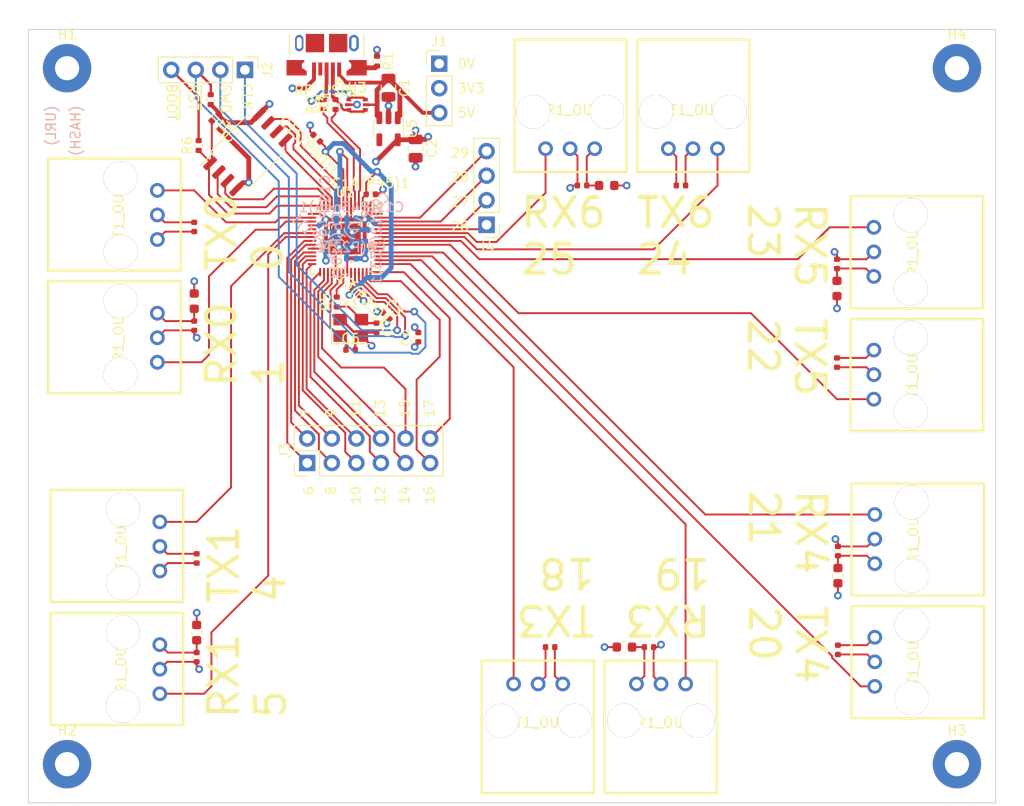
<source format=kicad_pcb>
(kicad_pcb (version 20240108) (generator "pcbnew") (generator_version "8.0")
  (layers (0 "F.Cu" signal) (1 "In1.Cu" signal) (2 "In2.Cu" signal) (31 "B.Cu" signal) (34 "B.Paste" user) (35 "F.Paste" user) (36 "B.SilkS" user "B.Silkscreen") (37 "F.SilkS" user "F.Silkscreen") (38 "B.Mask" user) (39 "F.Mask" user) (44 "Edge.Cuts" user))
  (net 0 "")
  (net 1 "+5V")
  (net 2 "GND")
  (net 3 "+3V3")
  (net 4 "Net-(U1-XIN)")
  (net 5 "Net-(C7-Pad1)")
  (net 8 "/USB_BOOT")
  (net 9 "/RP_SWCLK")
  (net 10 "/RP_SWD")
  (net 11 "/~{RESET}")
  (net 12 "Net-(RP_USB1-Shield)")
  (net 13 "Net-(RP_USB1-D+)")
  (net 14 "Net-(RP_USB1-D-)")
  (net 15 "Net-(U1-XOUT)")
  (net 16 "/QSPI_CS")
  (net 18 "+1V2")
  (net 19 "/QSPI_DATA[3]")
  (net 20 "/QSPI_SCK")
  (net 21 "/QSPI_DATA[0]")
  (net 22 "/QSPI_DATA[2]")
  (net 23 "/QSPI_DATA[1]")
  (net 24 "/RP_UD+")
  (net 25 "/RP_UD-")
  (net 27 "Net-(JR1_OU1-VCC)")
  (net 28 "/optic_uart1/RX")
  (net 29 "/optic_uart1/TX")
  (net 30 "Net-(JR1_OU2-VCC)")
  (net 31 "/optic_uart2/RX")
  (net 32 "/optic_uart2/TX")
  (net 33 "Net-(JR1_OU3-VCC)")
  (net 34 "Net-(JR1_OU4-VCC)")
  (net 35 "Net-(JR1_OU5-VCC)")
  (net 36 "Net-(JR1_OU6-VCC)")
  (net 37 "Net-(J3-Pin_3)")
  (net 38 "Net-(J3-Pin_12)")
  (net 39 "Net-(J3-Pin_7)")
  (net 40 "Net-(J3-Pin_5)")
  (net 41 "Net-(J3-Pin_8)")
  (net 42 "Net-(J3-Pin_1)")
  (net 43 "Net-(J3-Pin_10)")
  (net 44 "Net-(J3-Pin_9)")
  (net 45 "Net-(J3-Pin_2)")
  (net 46 "Net-(J3-Pin_11)")
  (net 47 "Net-(J3-Pin_6)")
  (net 48 "Net-(J3-Pin_4)")
  (net 49 "Net-(J4-Pin_2)")
  (net 50 "Net-(J4-Pin_4)")
  (net 51 "Net-(J4-Pin_1)")
  (net 52 "Net-(J4-Pin_3)")
  (net 53 "/optic_uart3/RX")
  (net 54 "/optic_uart4/RX")
  (net 55 "/optic_uart5/RX")
  (net 56 "/optic_uart6/RX")
  (net 57 "/optic_uart3/TX")
  (net 58 "/optic_uart4/TX")
  (net 59 "/optic_uart5/TX")
  (net 60 "/optic_uart6/TX")
  (footprint "Capacitor_SMD:C_0402_1005Metric" (layer "F.Cu") (at 178.534 93.472 180)
    (property "Reference" "C1_OU6" (hide yes))
    (property "Value" "100nF")
  )
  (footprint "Package_TO_SOT_SMD:SOT-23-5" (layer "F.Cu") (at 158.520588 87.601856 -90)
    (property "Reference" "U5")
    (property "Value" "AP2112K-3.3")
  )
  (footprint "Resistor_SMD:R_0402_1005Metric" (layer "F.Cu") (at 153.163707 105.520206 90)
    (property "Reference" "R5")
    (property "Value" "1K")
  )
  (footprint "Capacitor_SMD:C_0402_1005Metric" (layer "F.Cu") (at 138.43 107.978 -90)
    (property "Reference" "C1_OU1" (hide yes))
    (property "Value" "100nF")
  )
  (footprint "Capacitor_SMD:C_0402_1005Metric" (layer "F.Cu") (at 138.684 132.052 90)
    (property "Reference" "C2_OU2" (hide yes))
    (property "Value" "100nF")
  )
  (footprint "Capacitor_SMD:C_0402_1005Metric" (layer "F.Cu") (at 204.978 131.29 90)
    (property "Reference" "C1_OU4" (hide yes))
    (property "Value" "100nF")
  )
  (footprint "Package_TO_SOT_SMD:SOT-666" (layer "F.Cu") (at 155.266923 85.116162)
    (property "Reference" "U3")
    (property "Value" "USBLC6-2P6")
  )
  (footprint "Capacitor_SMD:C_0402_1005Metric" (layer "F.Cu") (at 204.883501 111.7955 -90)
    (property "Reference" "C2_OU5" (hide yes))
    (property "Value" "100nF")
  )
  (footprint "Capacitor_SMD:C_0402_1005Metric" (layer "F.Cu") (at 155.086491 104.4377 -45)
    (property "Reference" "C13(P23)1")
    (property "Value" "100nF")
  )
  (footprint "Inductor_SMD:L_0603_1608Metric" (layer "F.Cu") (at 138.43 105.435501 -90)
    (property "Reference" "L1_OU1" (hide yes))
    (property "Value" "47uH")
  )
  (footprint "easyeda2kicad:OPTO-TH_ZGY135-T9-PLR" (layer "F.Cu") (at 208.693501 100.3375 -90)
    (property "Reference" "JR1_OU5")
    (property "Value" "ZGY135/T9(PLR)")
  )
  (footprint "easyeda2kicad:OPTO-TH_ZGY135-T9-PLR" (layer "F.Cu") (at 173.99 145.033999 180)
    (property "Reference" "JT1_OU3")
    (property "Value" "ZGY133/T9(PLT)")
  )
  (footprint "Connector_USB:USB_Micro-B_XKB_U254-051T-4BH83-F1S" (layer "F.Cu") (at 152.115 79.13 180)
    (property "Reference" "RP_USB1")
    (property "Value" "USB_B_Micro")
  )
  (footprint "Capacitor_SMD:C_0402_1005Metric" (layer "F.Cu") (at 157.276831 108.192976 -90)
    (property "Reference" "C7")
    (property "Value" "35pF")
  )
  (footprint "Package_DFN_QFN:QFN-56-1EP_7x7mm_P0.4mm_EP3.2x3.2mm" (layer "F.Cu") (at 154.050703 99)
    (property "Reference" "U1")
    (property "Value" "RP2040")
  )
  (footprint "Capacitor_SMD:C_0402_1005Metric" (layer "F.Cu") (at 175.232 141.224 180)
    (property "Reference" "C2_OU3" (hide yes))
    (property "Value" "100nF")
  )
  (footprint "easyeda2kicad:OPTO-TH_ZGY135-T9-PLR" (layer "F.Cu") (at 177.292 89.662)
    (property "Reference" "JR1_OU6")
    (property "Value" "ZGY135/T9(PLR)")
  )
  (footprint "Connector_PinHeader_2.54mm:PinHeader_1x04_P2.54mm_Vertical" (layer "F.Cu") (at 143.673475 81.510483 -90)
    (property "Reference" "J2")
    (property "Value" "Conn_01x04_Pin")
  )
  (footprint "Resistor_SMD:R_0402_1005Metric" (layer "F.Cu") (at 157.327362 80.606118 -90)
    (property "Reference" "R1")
    (property "Value" "1M")
  )
  (footprint "Capacitor_SMD:C_0402_1005Metric" (layer "F.Cu") (at 188.75 93.472)
    (property "Reference" "C2_OU6" (hide yes))
    (property "Value" "100nF")
  )
  (footprint "easyeda2kicad:OPTO-TH_ZGY135-T9-PLR" (layer "F.Cu") (at 134.874 143.51 90)
    (property "Reference" "JR1_OU2")
    (property "Value" "ZGY135/T9(PLR)")
  )
  (footprint "Capacitor_SMD:C_0402_1005Metric" (layer "F.Cu") (at 156.686665 94.383775)
    (property "Reference" "C14(P45)1")
    (property "Value" "1uF")
  )
  (footprint "easyeda2kicad:OPTO-TH_ZGY135-T9-PLR" (layer "F.Cu") (at 208.6935 113.0375 -90)
    (property "Reference" "JT1_OU5")
    (property "Value" "ZGY133/T9(PLT)")
  )
  (footprint "Connector_PinHeader_2.54mm:PinHeader_1x03_P2.54mm_Vertical" (layer "F.Cu") (at 163.765323 80.86891)
    (property "Reference" "J1")
    (property "Value" "Conn_01x03_Pin")
  )
  (footprint "Resistor_SMD:R_0402_1005Metric" (layer "F.Cu") (at 140.603839 86.427774 45)
    (property "Reference" "R7" (hide yes))
    (property "Value" "10K")
  )
  (footprint "Inductor_SMD:L_0603_1608Metric" (layer "F.Cu") (at 138.684 139.725501 -90)
    (property "Reference" "L1_OU2" (hide yes))
    (property "Value" "47uH")
  )
  (footprint "Capacitor_SMD:C_0805_2012Metric" (layer "F.Cu") (at 161.32136 89.653873 -90)
    (property "Reference" "C2")
    (property "Value" "10uF")
  )
  (footprint "easyeda2kicad:OPTO-TH_ZGY135-T9-PLR" (layer "F.Cu") (at 189.992 89.662001)
    (property "Reference" "JT1_OU6")
    (property "Value" "ZGY133/T9(PLT)")
  )
  (footprint "Connector_PinHeader_2.54mm:PinHeader_2x06_P2.54mm_Vertical" (layer "F.Cu") (at 150.114 122.179 90)
    (property "Reference" "J3")
    (property "Value" "Conn_02x06_Odd_Even")
  )
  (footprint "Capacitor_SMD:C_0402_1005Metric" (layer "F.Cu") (at 138.43 97.762 90)
    (property "Reference" "C2_OU1" (hide yes))
    (property "Value" "100nF")
  )
  (footprint "Capacitor_SMD:C_0402_1005Metric" (layer "F.Cu") (at 138.684 142.268 -90)
    (property "Reference" "C1_OU2" (hide yes))
    (property "Value" "100nF")
  )
  (footprint "Capacitor_SMD:C_0402_1005Metric" (layer "F.Cu") (at 154.597626 110.470019)
    (property "Reference" "C6")
    (property "Value" "35pF")
  )
  (footprint "Inductor_SMD:L_0603_1608Metric" (layer "F.Cu") (at 181.076499 93.472 180)
    (property "Reference" "L1_OU6" (hide yes))
    (property "Value" "47uH")
  )
  (footprint "Inductor_SMD:L_0603_1608Metric" (layer "F.Cu") (at 204.978 133.832499 90)
    (property "Reference" "L1_OU4" (hide yes))
    (property "Value" "47uH")
  )
  (footprint "Capacitor_SMD:C_0402_1005Metric" (layer "F.Cu") (at 204.978 141.506 -90)
    (property "Reference" "C2_OU4" (hide yes))
    (property "Value" "100nF")
  )
  (footprint "easyeda2kicad:OPTO-TH_ZGY135-T9-PLR" (layer "F.Cu") (at 134.62 96.52 90)
    (property "Reference" "JT1_OU1")
    (property "Value" "ZGY133/T9(PLT)")
  )
  (footprint "Resistor_SMD:R_0402_1005Metric" (layer "F.Cu") (at 153.035 85.09 90)
    (property "Reference" "R3")
    (property "Value" "27")
  )
  (footprint "Capacitor_SMD:C_0402_1005Metric" (layer "F.Cu") (at 161.598939 109.161549 90)
    (property "Reference" "C4")
    (property "Value" "100nF")
  )
  (footprint "Capacitor_SMD:C_0402_1005Metric" (layer "F.Cu") (at 151.089206 88.57268 135)
    (property "Reference" "C15(P50)1")
    (property "Value" "100nF")
  )
  (footprint "Resistor_SMD:R_0402_1005Metric" (layer "F.Cu") (at 138.887758 89.335336 90)
    (property "Reference" "R6")
    (property "Value" "1k")
  )
  (footprint "Capacitor_SMD:C_0402_1005Metric" (layer "F.Cu") (at 141.422061 87.310397 -135)
    (property "Reference" "C5")
    (property "Value" "100nF")
  )
  (footprint "MountingHole:MountingHole_2.5mm_Pad" (layer "F.Cu") (at 217.285 81.335)
    (property "Reference" "H4")
    (property "Value" "MountingHole_Pad")
  )
  (footprint "MountingHole:MountingHole_2.5mm_Pad" (layer "F.Cu") (at 125.285 153.335)
    (property "Reference" "H2")
    (property "Value" "MountingHole_Pad")
  )
  (footprint "easyeda2kicad:OPTO-TH_ZGY135-T9-PLR" (layer "F.Cu") (at 134.62 109.22 90)
    (property "Reference" "JR1_OU1")
    (property "Value" "ZGY135/T9(PLR)")
  )
  (footprint "Connector_PinHeader_2.54mm:PinHeader_1x04_P2.54mm_Vertical" (layer "F.Cu") (at 168.656 97.536 180)
    (property "Reference" "J4")
    (property "Value" "Conn_01x04_Pin")
  )
  (footprint "Resistor_SMD:R_0402_1005Metric" (layer "F.Cu") (at 151.800561 85.09 90)
    (property "Reference" "R2")
    (property "Value" "27")
  )
  (footprint "MountingHole:MountingHole_2.5mm_Pad" (layer "F.Cu") (at 125.285 81.335)
    (property "Reference" "H1")
    (property "Value" "MountingHole_Pad")
  )
  (footprint "easyeda2kicad:OPTO-TH_ZGY135-T9-PLR" (layer "F.Cu") (at 208.787999 142.748 -90)
    (property "Reference" "JT1_OU4")
    (property "Value" "ZGY133/T9(PLT)")
  )
  (footprint "Inductor_SMD:L_0603_1608Metric" (layer "F.Cu") (at 204.883501 104.121999 90)
    (property "Reference" "L1_OU5" (hide yes))
    (property "Value" "47uH")
  )
  (footprint "Package_SO:SOIC-8_5.23x5.23mm_P1.27mm" (layer "F.Cu") (at 143.96499 89.984938 45)
    (property "Reference" "U4")
    (property "Value" "W25Q128JVS")
  )
  (footprint "Inductor_SMD:L_0603_1608Metric" (layer "F.Cu") (at 182.905501 141.224)
    (property "Reference" "L1_OU3" (hide yes))
    (property "Value" "47uH")
  )
  (footprint "Crystal:Crystal_SMD_3225-4Pin_3.2x2.5mm" (layer "F.Cu") (at 154.6149 108.196724)
    (property "Reference" "Y1")
    (property "Value" "12MHz")
  )
  (footprint "Resistor_SMD:R_0402_1005Metric" (layer "F.Cu") (at 140.140015 84.584527 90)
    (property "Reference" "R4" (hide yes))
    (property "Value" "10K")
  )
  (footprint "Capacitor_SMD:C_0805_2012Metric" (layer "F.Cu") (at 158.512174 83.354654 -90)
    (property "Reference" "C1")
    (property "Value" "10uF")
  )
  (footprint "easyeda2kicad:OPTO-TH_ZGY135-T9-PLR" (layer "F.Cu") (at 186.69 145.034 180)
    (property "Reference" "JR1_OU3")
    (property "Value" "ZGY135/T9(PLR)")
  )
  (footprint "Capacitor_SMD:C_0402_1005Metric" (layer "F.Cu") (at 158.263153 106.955777 -45)
    (property "Reference" "C3")
    (property "Value" "100nF")
  )
  (footprint "easyeda2kicad:OPTO-TH_ZGY135-T9-PLR" (layer "F.Cu") (at 134.874 130.81 90)
    (property "Reference" "JT1_OU2")
    (property "Value" "ZGY133/T9(PLT)")
  )
  (footprint "Capacitor_SMD:C_0402_1005Metric" (layer "F.Cu") (at 185.448 141.224)
    (property "Reference" "C1_OU3" (hide yes))
    (property "Value" "100nF")
  )
  (footprint "MountingHole:MountingHole_2.5mm_Pad" (layer "F.Cu") (at 217.285 153.335)
    (property "Reference" "H3")
    (property "Value" "MountingHole_Pad")
  )
  (footprint "Capacitor_SMD:C_0402_1005Metric" (layer "F.Cu") (at 204.883501 101.5795 90)
    (property "Reference" "C1_OU5" (hide yes))
    (property "Value" "100nF")
  )
  (footprint "easyeda2kicad:OPTO-TH_ZGY135-T9-PLR" (layer "F.Cu") (at 208.788 130.048 -90)
    (property "Reference" "JR1_OU4")
    (property "Value" "ZGY135/T9(PLR)")
  )
  (footprint "Capacitor_SMD:C_0402_1005Metric" (layer "B.Cu") (at 154.670968 101.027464 180)
    (property "Reference" "C8(P22)1")
    (property "Value" "100nF")
  )
  (footprint "Capacitor_SMD:C_0402_1005Metric" (layer "B.Cu") (at 156.099483 99.726088 90)
    (property "Reference" "C12(P33)1")
    (property "Value" "100nF")
  )
  (footprint "Capacitor_SMD:C_0402_1005Metric" (layer "B.Cu") (at 151.685218 97.923238 -45)
    (property "Reference" "C7(P1)1")
    (property "Value" "100nF")
  )
  (footprint "Capacitor_SMD:C_0402_1005Metric" (layer "B.Cu") (at 156.731243 97.710964 -135)
    (property "Reference" "C9(P42)1")
    (property "Value" "100nF")
  )
  (footprint "Capacitor_SMD:C_0402_1005Metric" (layer "B.Cu") (at 152.034308 99.829796 90)
    (property "Reference" "C6(P10)1")
    (property "Value" "100nF")
  )
  (footprint "Capacitor_SMD:C_0402_1005Metric" (layer "B.Cu") (at 153.129341 96.38916 -90)
    (property "Reference" "C10(P49)1")
    (property "Value" "100nF")
  )
  (footprint "Capacitor_SMD:C_0402_1005Metric" (layer "B.Cu") (at 154.701271 96.871552 180)
    (property "Reference" "C11(P43n44)1")
    (property "Value" "1uF")
  )
  (gr_rect (start 121.285 77.335) (end 221.285 157.335) (stroke (width 0.1)) (fill none) (layer "Edge.Cuts"))
  (gr_text "(HASH)" (at 126.746 85.09 90) (layer "B.SilkS") (effects (font (size 1 1)) (justify left bottom mirror)))
  (gr_text "(URL)" (at 124.206 85.089999 90) (layer "B.SilkS") (effects (font (size 1 1)) (justify left bottom mirror)))
  (gr_text "RX4\n21" (at 195.58 124.714 270) (layer "F.SilkS") (effects (font (size 3 3) (thickness 0.45)) (justify left bottom)))
  (gr_text "TX1\n4" (at 148.082 136.906 90) (layer "F.SilkS") (effects (font (size 3 3) (thickness 0.45)) (justify left bottom)))
  (gr_text "9" (at 153.162 117.602 90) (layer "F.SilkS") (effects (font (size 1 1)) (justify left bottom)))
  (gr_text "14" (at 160.782 124.46 90) (layer "F.SilkS") (effects (font (size 1 1)) (justify right bottom)))
  (gr_text "TX0\n0" (at 147.828 102.616 90) (layer "F.SilkS") (effects (font (size 3 3) (thickness 0.45)) (justify left bottom)))
  (gr_text "RX3\n19" (at 192.024 131.826 180) (layer "F.SilkS") (effects (font (size 3 3) (thickness 0.45)) (justify left bottom)))
  (gr_text "~{BOOT}" (at 135.502539 82.83159 270) (layer "F.SilkS") (effects (font (size 1 1)) (justify left bottom)))
  (gr_text "~{RST}" (at 137.740114 82.877255 -90) (layer "F.SilkS") (effects (font (size 1 1)) (justify left bottom)))
  (gr_text "29" (at 164.846 90.678 0) (layer "F.SilkS") (effects (font (size 1 1)) (justify left bottom)))
  (gr_text "RX5\n23" (at 195.485501 95.0035 270) (layer "F.SilkS") (effects (font (size 3 3) (thickness 0.45)) (justify left bottom)))
  (gr_text "TX6\n24" (at 183.896 102.87 0) (layer "F.SilkS") (effects (font (size 3 3) (thickness 0.45)) (justify left bottom)))
  (gr_text "16" (at 163.322 124.46 90) (layer "F.SilkS") (effects (font (size 1 1)) (justify right bottom)))
  (gr_text "8" (at 153.162 124.46 90) (layer "F.SilkS") (effects (font (size 1 1)) (justify right bottom)))
  (gr_text "13" (at 158.242 117.602 90) (layer "F.SilkS") (effects (font (size 1 1)) (justify left bottom)))
  (gr_text "26" (at 164.846 98.298 0) (layer "F.SilkS") (effects (font (size 1 1)) (justify left bottom)))
  (gr_text "15" (at 160.782 117.602 90) (layer "F.SilkS") (effects (font (size 1 1)) (justify left bottom)))
  (gr_text "CLK" (at 143.288387 82.808757 -90) (layer "F.SilkS") (effects (font (size 1 1)) (justify left bottom)))
  (gr_text "7" (at 150.622 117.602 90) (layer "F.SilkS") (effects (font (size 1 1)) (justify left bottom)))
  (gr_text "10" (at 155.702 124.46 90) (layer "F.SilkS") (effects (font (size 1 1)) (justify right bottom)))
  (gr_text "27" (at 164.846 95.758 0) (layer "F.SilkS") (effects (font (size 1 1)) (justify left bottom)))
  (gr_text "17" (at 163.322 117.602 90) (layer "F.SilkS") (effects (font (size 1 1)) (justify left bottom)))
  (gr_text "TX3\n18" (at 180.086 131.826 180) (layer "F.SilkS") (effects (font (size 3 3) (thickness 0.45)) (justify left bottom)))
  (gr_text "RX0\n1" (at 147.828 114.554 90) (layer "F.SilkS") (effects (font (size 3 3) (thickness 0.45)) (justify left bottom)))
  (gr_text "3V3" (at 165.567288 83.999456 0) (layer "F.SilkS") (effects (font (size 1 1)) (justify left bottom)))
  (gr_text "TX4\n20" (at 195.58 136.652 270) (layer "F.SilkS") (effects (font (size 3 3) (thickness 0.45)) (justify left bottom)))
  (gr_text "SWD" (at 141.096477 82.83159 -90) (layer "F.SilkS") (effects (font (size 1 1)) (justify left bottom)))
  (gr_text "11" (at 155.702 117.602 90) (layer "F.SilkS") (effects (font (size 1 1)) (justify left bottom)))
  (gr_text "5V" (at 165.567288 86.539456 0) (layer "F.SilkS") (effects (font (size 1 1)) (justify left bottom)))
  (gr_text "28" (at 164.846 93.218 0) (layer "F.SilkS") (effects (font (size 1 1)) (justify left bottom)))
  (gr_text "RX1\n5" (at 148.082 148.844 90) (layer "F.SilkS") (effects (font (size 3 3) (thickness 0.45)) (justify left bottom)))
  (gr_text "6" (at 150.876 124.46 90) (layer "F.SilkS") (effects (font (size 1 1)) (justify right bottom)))
  (gr_text "12" (at 158.242 124.46 90) (layer "F.SilkS") (effects (font (size 1 1)) (justify right bottom)))
  (gr_text "0V" (at 165.567288 81.459456 0) (layer "F.SilkS") (effects (font (size 1 1)) (justify left bottom)))
  (gr_text "TX5\n22" (at 195.485501 106.9415 270) (layer "F.SilkS") (effects (font (size 3 3) (thickness 0.45)) (justify left bottom)))
  (gr_text "RX6\n25" (at 171.958 102.87 0) (layer "F.SilkS") (effects (font (size 3 3) (thickness 0.45)) (justify left bottom)))
  (segment (start 162.05643 85.94891) (end 163.765323 85.94891) (width 0.4) (layer "F.Cu") (net 1))
  (segment (start 159.637174 86.297774) (end 159.687174 86.247774) (width 0.5) (layer "F.Cu") (net 1))
  (segment (start 157.251652 85.116162) (end 157.337174 85.03064) (width 0.25) (layer "F.Cu") (net 1))
  (segment (start 159.72029 85.178168) (end 159.687174 85.211284) (width 0.25) (layer "F.Cu") (net 1))
  (segment (start 157.337174 85.03064) (end 157.337174 86.230944) (width 0.5) (layer "F.Cu") (net 1))
  (segment (start 157.337174 83.579653) (end 157.337174 85.03064) (width 0.5) (layer "F.Cu") (net 1))
  (segment (start 154.179826 82.829193) (end 158.087635 82.829193) (width 0.4) (layer "F.Cu") (net 1))
  (segment (start 157.251327 85.116487) (end 157.337174 85.03064) (width 0.25) (layer "F.Cu") (net 1))
  (segment (start 158.512173 82.404654) (end 157.337174 83.579653) (width 0.5) (layer "F.Cu") (net 1))
  (segment (start 157.337174 86.230944) (end 157.570588 86.464358) (width 0.5) (layer "F.Cu") (net 1))
  (segment (start 158.087635 82.829193) (end 158.512174 82.404654) (width 0.4) (layer "F.Cu") (net 1))
  (segment (start 159.637174 86.297774) (end 159.470589 86.464358) (width 0.4) (layer "F.Cu") (net 1))
  (segment (start 159.687174 85.211284) (end 159.687174 83.579655) (width 0.5) (layer "F.Cu") (net 1))
  (segment (start 156.191923 85.116162) (end 157.251652 85.116162) (width 0.25) (layer "F.Cu") (net 1))
  (segment (start 159.687174 83.579655) (end 158.512173 82.404654) (width 0.5) (layer "F.Cu") (net 1))
  (segment (start 159.687174 86.247774) (end 159.687174 85.211284) (width 0.5) (layer "F.Cu") (net 1))
  (segment (start 153.415 82.064367) (end 153.415 81.415) (width 0.4) (layer "F.Cu") (net 1))
  (segment (start 154.179826 82.829193) (end 153.415 82.064367) (width 0.4) (layer "F.Cu") (net 1))
  (segment (start 158.512174 82.404654) (end 162.05643 85.94891) (width 0.4) (layer "F.Cu") (net 1))
  (segment (start 149.888834 83.416166) (end 148.574679 83.416166) (width 0.4) (layer "F.Cu") (net 2))
  (segment (start 135.438 98.242) (end 134.62 99.06) (width 0.2) (layer "F.Cu") (net 2))
  (segment (start 155.077626 110.470019) (end 155.077626 109.683998) (width 0.25) (layer "F.Cu") (net 2))
  (segment (start 207.931501 101.0995) (end 208.693501 100.3375) (width 0.2) (layer "F.Cu") (net 2))
  (segment (start 175.711999 141.224) (end 175.712 144.216) (width 0.2) (layer "F.Cu") (net 2))
  (segment (start 154.050703 99) (end 154.050703 99.132866) (width 0.25) (layer "F.Cu") (net 2))
  (segment (start 141.08265 87.649808) (end 144.072411 90.639569) (width 0.5) (layer "F.Cu") (net 2))
  (segment (start 186.436001 141.224) (end 186.69 140.97) (width 0.2) (layer "F.Cu") (net 2))
  (segment (start 135.382 108.458) (end 134.62 109.22) (width 0.2) (layer "F.Cu") (net 2))
  (segment (start 208.026 130.81) (end 208.788 130.048) (width 0.2) (layer "F.Cu") (net 2))
  (segment (start 138.684 142.748) (end 138.684 143.256) (width 0.2) (layer "F.Cu") (net 2))
  (segment (start 154.820248 108.513745) (end 153.653227 107.346724) (width 0.25) (layer "F.Cu") (net 2))
  (segment (start 161.598939 108.681549) (end 161.598939 108.505898) (width 0.25) (layer "F.Cu") (net 2))
  (segment (start 153.050703 102.4375) (end 153.050703 100.187297) (width 0.2) (layer "F.Cu") (net 2))
  (segment (start 138.684 132.532) (end 135.692 132.532) (width 0.2) (layer "F.Cu") (net 2))
  (segment (start 204.883501 101.0995) (end 204.883501 100.591499) (width 0.2) (layer "F.Cu") (net 2))
  (segment (start 157.327362 79.42501) (end 157.327362 80.096118) (width 0.5) (layer "F.Cu") (net 2))
  (segment (start 188.270001 93.472) (end 188.27 90.48) (width 0.2) (layer "F.Cu") (net 2))
  (segment (start 158.602564 107.295188) (end 158.602564 107.46265) (width 0.25) (layer "F.Cu") (net 2))
  (segment (start 204.883501 100.591499) (end 204.629501 100.3375) (width 0.2) (layer "F.Cu") (net 2))
  (segment (start 150.815 81.415) (end 150.815 82.49) (width 0.4) (layer "F.Cu") (net 2))
  (segment (start 154.050703 99) (end 154.050703 98.983781) (width 0.25) (layer "F.Cu") (net 2))
  (segment (start 143.469705 93.1743) (end 144.072411 93.1743) (width 0.5) (layer "F.Cu") (net 2))
  (segment (start 185.928 141.224) (end 185.928 144.272) (width 0.2) (layer "F.Cu") (net 2))
  (segment (start 138.43 108.966) (end 138.684 109.22) (width 0.2) (layer "F.Cu") (net 2))
  (segment (start 154.820248 108.513745) (end 155.353227 109.046724) (width 0.25) (layer "F.Cu") (net 2))
  (segment (start 153.050703 100.187297) (end 153.410387 99.827613) (width 0.2) (layer "F.Cu") (net 2))
  (segment (start 157.166665 94.383775) (end 157.439198 94.383775) (width 0.2) (layer "F.Cu") (net 2))
  (segment (start 154.050703 98.983781) (end 154.737309 98.297175) (width 0.25) (layer "F.Cu") (net 2))
  (segment (start 142.766444 93.877561) (end 143.469705 93.1743) (width 0.5) (layer "F.Cu") (net 2))
  (segment (start 155.762964 109.046724) (end 156.768818 110.052578) (width 0.25) (layer "F.Cu") (net 2))
  (segment (start 204.978 130.81) (end 208.026 130.81) (width 0.2) (layer "F.Cu") (net 2))
  (segment (start 156.088648 108.672976) (end 155.7149 109.046724) (width 0.25) (layer "F.Cu") (net 2))
  (segment (start 175.712 144.216) (end 176.53 145.034) (width 0.2) (layer "F.Cu") (net 2))
  (segment (start 155.425902 104.879075) (end 155.944686 105.397859) (width 0.2) (layer "F.Cu") (net 2))
  (segment (start 204.978 130.81) (end 204.978 130.301999) (width 0.2) (layer "F.Cu") (net 2))
  (segment (start 138.43 108.458) (end 135.382 108.458) (width 0.2) (layer "F.Cu") (net 2))
  (segment (start 161.32136 90.603872) (end 161.32136 91.505357) (width 0.5) (layer "F.Cu") (net 2))
  (segment (start 153.653227 107.346724) (end 153.5149 107.346724) (width 0.25) (layer "F.Cu") (net 2))
  (segment (start 135.692 132.532) (end 134.874 133.35) (width 0.2) (layer "F.Cu") (net 2))
  (segment (start 185.928 141.224) (end 186.436001 141.224) (width 0.2) (layer "F.Cu") (net 2))
  (segment (start 155.7149 109.046724) (end 155.762964 109.046724) (width 0.25) (layer "F.Cu") (net 2))
  (segment (start 204.978 141.026001) (end 207.97 141.026) (width 0.2) (layer "F.Cu") (net 2))
  (segment (start 150.815 82.49) (end 149.888834 83.416166) (width 0.4) (layer "F.Cu") (net 2))
  (segment (start 158.602564 107.46265) (end 158.319646 107.745568) (width 0.25) (layer "F.Cu") (net 2))
  (segment (start 158.520588 85.229695) (end 158.52059 85.229695) (width 0.4) (layer "F.Cu") (net 2))
  (segment (start 161.32136 91.505357) (end 161.309695 91.517022) (width 0.5) (layer "F.Cu") (net 2))
  (segment (start 188.27 90.48) (end 187.452 89.662) (width 0.2) (layer "F.Cu") (net 2))
  (segment (start 155.077626 109.683998) (end 155.7149 109.046724) (width 0.25) (layer "F.Cu") (net 2))
  (segment (start 150.411657 87.237974) (end 150.411657 87.895131) (width 0.2) (layer "F.Cu") (net 2))
  (segment (start 154.050703 99.132866) (end 154.74545 99.827613) (width 0.25) (layer "F.Cu") (net 2))
  (segment (start 158.520588 86.464356) (end 158.520588 85.229695) (width 0.5) (layer "F.Cu") (net 2))
  (segment (start 157.439198 94.383775) (end 157.947429 93.875544) (width 0.2) (layer "F.Cu") (net 2))
  (segment (start 154.050703 99) (end 154.050703 99.187297) (width 0.25) (layer "F.Cu") (net 2))
  (segment (start 154.050703 99.187297) (end 153.410387 99.827613) (width 0.25) (layer "F.Cu") (net 2))
  (segment (start 161.598939 108.505898) (end 161.226118 108.133077) (width 0.25) (layer "F.Cu") (net 2))
  (segment (start 158.512173 85.221277) (end 158.52059 85.229695) (width 0.4) (layer "F.Cu") (net 2))
  (segment (start 155.238095 85.116162) (end 155.25836 85.095897) (width 0.25) (layer "F.Cu") (net 2))
  (segment (start 204.978 130.301999) (end 204.724 130.048) (width 0.2) (layer "F.Cu") (net 2))
  (segment (start 138.684 142.748) (end 135.636 142.748) (width 0.2) (layer "F.Cu") (net 2))
  (segment (start 154.341923 85.116162) (end 155.238095 85.116162) (width 0.25) (layer "F.Cu") (net 2))
  (segment (start 155.425902 104.777111) (end 155.425902 104.879075) (width 0.2) (layer "F.Cu") (net 2))
  (segment (start 155.353227 109.046724) (end 155.7149 109.046724) (width 0.25) (layer "F.Cu") (net 2))
  (segment (start 144.072411 90.639569) (end 144.072411 93.1743) (width 0.5) (layer "F.Cu") (net 2))
  (segment (start 207.97 141.026) (end 208.788 140.208) (width 0.2) (layer "F.Cu") (net 2))
  (segment (start 157.276831 108.672976) (end 156.088648 108.672976) (width 0.25) (layer "F.Cu") (net 2))
  (segment (start 158.512175 84.304654) (end 158.512173 85.221277) (width 0.5) (layer "F.Cu") (net 2))
  (segment (start 204.883501 111.315501) (end 207.875501 111.3155) (width 0.2) (layer "F.Cu") (net 2))
  (segment (start 178.054 90.424) (end 177.292 89.662) (width 0.2) (layer "F.Cu") (net 2))
  (segment (start 138.43 108.458) (end 138.43 108.966) (width 0.2) (layer "F.Cu") (net 2))
  (segment (start 135.636 142.748) (end 134.874 143.51) (width 0.2) (layer "F.Cu") (net 2))
  (segment (start 138.684 143.256) (end 138.938 143.51) (width 0.2) (layer "F.Cu") (net 2))
  (segment (start 178.054 93.472) (end 178.054 90.424) (width 0.2) (layer "F.Cu") (net 2))
  (segment (start 154.050703 99) (end 154.050703 98.978195) (width 0.25) (layer "F.Cu") (net 2))
  (segment (start 185.928 144.272) (end 186.69 145.034) (width 0.2) (layer "F.Cu") (net 2))
  (segment (start 178.054 93.472) (end 177.545999 93.472) (width 0.2) (layer "F.Cu") (net 2))
  (segment (start 154.050703 98.978195) (end 153.353402 98.280894) (width 0.25) (layer "F.Cu") (net 2))
  (segment (start 150.411657 87.895131) (end 150.749795 88.233269) (width 0.2) (layer "F.Cu") (net 2))
  (segment (start 207.875501 111.3155) (end 208.693501 110.4975) (width 0.2) (layer "F.Cu") (net 2))
  (segment (start 204.883501 101.0995) (end 207.931501 101.0995) (width 0.2) (layer "F.Cu") (net 2))
  (segment (start 138.43 98.242) (end 135.438 98.242) (width 0.2) (layer "F.Cu") (net 2))
  (segment (start 177.545999 93.472) (end 177.292 93.726) (width 0.2) (layer "F.Cu") (net 2))
  (via (at 204.724 130.048) (size 0.8) (drill 0.4) (layers "F.Cu" "B.Cu") (net 2))
  (via (at 157.327362 79.42501) (size 0.8) (drill 0.4) (layers "F.Cu" "B.Cu") (net 2))
  (via (at 157.947429 93.875544) (size 0.8) (drill 0.4) (layers "F.Cu" "B.Cu") (net 2))
  (via (at 158.52059 85.229695) (size 0.8) (drill 0.4) (layers "F.Cu" "B.Cu") (net 2))
  (via (at 161.226118 108.133077) (size 0.8) (drill 0.4) (layers "F.Cu" "B.Cu") (net 2))
  (via (at 156.768818 110.052578) (size 0.8) (drill 0.4) (layers "F.Cu" "B.Cu") (net 2))
  (via (at 150.411657 87.237974) (size 0.8) (drill 0.4) (layers "F.Cu" "B.Cu") (net 2))
  (via (at 155.944686 105.397859) (size 0.8) (drill 0.4) (layers "F.Cu" "B.Cu") (net 2))
  (via (at 153.410387 99.827613) (size 0.8) (drill 0.4) (layers "F.Cu" "B.Cu") (net 2))
  (via (at 144.072411 93.1743) (size 0.8) (drill 0.4) (layers "F.Cu" "B.Cu") (net 2))
  (via (at 153.353402 98.280894) (size 0.8) (drill 0.4) (layers "F.Cu" "B.Cu") (net 2))
  (via (at 161.309695 91.517022) (size 0.8) (drill 0.4) (layers "F.Cu" "B.Cu") (net 2))
  (via (at 138.684 109.22) (size 0.8) (drill 0.4) (layers "F.Cu" "B.Cu") (net 2))
  (via (at 204.629501 100.3375) (size 0.8) (drill 0.4) (layers "F.Cu" "B.Cu") (net 2))
  (via (at 155.25836 85.095897) (size 0.8) (drill 0.4) (layers "F.Cu" "B.Cu") (net 2))
  (via (at 186.69 140.97) (size 0.8) (drill 0.4) (layers "F.Cu" "B.Cu") (net 2))
  (via (at 154.74545 99.827613) (size 0.8) (drill 0.4) (layers "F.Cu" "B.Cu") (net 2))
  (via (at 177.292 93.726) (size 0.8) (drill 0.4) (layers "F.Cu" "B.Cu") (net 2))
  (via (at 154.737309 98.297175) (size 0.8) (drill 0.4) (layers "F.Cu" "B.Cu") (net 2))
  (via (at 148.574679 83.416166) (size 0.8) (drill 0.4) (layers "F.Cu" "B.Cu") (net 2))
  (via (at 138.938 143.51) (size 0.8) (drill 0.4) (layers "F.Cu" "B.Cu") (net 2))
  (via (at 158.319646 107.745568) (size 0.8) (drill 0.4) (layers "F.Cu" "B.Cu") (net 2))
  (segment (start 156.391832 98.050375) (end 154.984109 98.050375) (width 0.5) (layer "B.Cu") (net 2))
  (segment (start 152.93257 99.349796) (end 153.410387 99.827613) (width 0.5) (layer "B.Cu") (net 2))
  (segment (start 154.221271 96.871552) (end 154.221271 97.781137) (width 0.5) (layer "B.Cu") (net 2))
  (segment (start 155.326975 99.246088) (end 154.74545 99.827613) (width 0.5) (layer "B.Cu") (net 2))
  (segment (start 156.099483 99.246088) (end 155.326975 99.246088) (width 0.5) (layer "B.Cu") (net 2))
  (segment (start 154.74545 99.827613) (end 153.410387 99.827613) (width 0.5) (layer "B.Cu") (net 2))
  (segment (start 153.129341 96.86916) (end 153.129341 98.056833) (width 0.5) (layer "B.Cu") (net 2))
  (segment (start 153.353402 98.280894) (end 154.721028 98.280894) (width 0.5) (layer "B.Cu") (net 2))
  (segment (start 154.984109 98.050375) (end 154.737309 98.297175) (width 0.5) (layer "B.Cu") (net 2))
  (segment (start 152.2845 99.349796) (end 153.353402 98.280894) (width 0.5) (layer "B.Cu") (net 2))
  (segment (start 153.129341 98.056833) (end 153.353402 98.280894) (width 0.5) (layer "B.Cu") (net 2))
  (segment (start 154.737309 99.819472) (end 154.74545 99.827613) (width 0.25) (layer "B.Cu") (net 2))
  (segment (start 153.353402 99.770628) (end 153.410387 99.827613) (width 0.25) (layer "B.Cu") (net 2))
  (segment (start 154.190968 100.382095) (end 154.74545 99.827613) (width 0.5) (layer "B.Cu") (net 2))
  (segment (start 152.034308 99.349796) (end 152.93257 99.349796) (width 0.5) (layer "B.Cu") (net 2))
  (segment (start 154.190968 101.027464) (end 154.190968 100.382095) (width 0.5) (layer "B.Cu") (net 2))
  (segment (start 152.024629 98.262649) (end 153.335157 98.262649) (width 0.5) (layer "B.Cu") (net 2))
  (segment (start 154.721028 98.280894) (end 154.737309 98.297175) (width 0.25) (layer "B.Cu") (net 2))
  (segment (start 153.353402 98.280894) (end 153.353402 99.770628) (width 0.5) (layer "B.Cu") (net 2))
  (segment (start 154.737309 98.297175) (end 154.737309 99.819472) (width 0.5) (layer "B.Cu") (net 2))
  (segment (start 153.335157 98.262649) (end 153.353402 98.280894) (width 0.5) (layer "B.Cu") (net 2))
  (segment (start 154.221271 97.781137) (end 154.737309 98.297175) (width 0.5) (layer "B.Cu") (net 2))
  (segment (start 152.034308 99.349796) (end 152.2845 99.349796) (width 0.5) (layer "B.Cu") (net 2))
  (segment (start 138.684 138.938) (end 138.684 137.668) (width 0.2) (layer "F.Cu") (net 3))
  (segment (start 162.623043 88.419367) (end 162.338537 88.703873) (width 0.5) (layer "F.Cu") (net 3))
  (segment (start 151.450703 96.4) (end 152.026791 96.976088) (width 0.2) (layer "F.Cu") (net 3))
  (segment (start 154.250703 96.990809) (end 154.241512 97) (width 0.2) (layer "F.Cu") (net 3))
  (segment (start 154.250703 93.966592) (end 154.250703 90.733526) (width 0.2) (layer "F.Cu") (net 3))
  (segment (start 135.382 97.282) (end 134.62 96.52) (width 0.2) (layer "F.Cu") (net 3))
  (segment (start 156.250703 95.5625) (end 156.650703 95.5625) (width 0.2) (layer "F.Cu") (net 3))
  (segment (start 135.636 131.572) (end 134.874 130.81) (width 0.2) (layer "F.Cu") (net 3))
  (segment (start 145.163536 86.083967) (end 146.211257 85.036246) (width 0.5) (layer "F.Cu") (net 3))
  (segment (start 154.246543 101.0279) (end 154.246543 101.199502) (width 0.4) (layer "F.Cu") (net 3))
  (segment (start 152.050703 97) (end 152.050703 99.06) (width 0.4) (layer "F.Cu") (net 3))
  (segment (start 156.066661 100) (end 156.050703 99.984042) (width 0.2) (layer "F.Cu") (net 3))
  (segment (start 156.050703 97) (end 154.653843 97) (width 0.4) (layer "F.Cu") (net 3))
  (segment (start 174.751999 144.272) (end 173.99 145.033999) (width 0.2) (layer "F.Cu") (net 3))
  (segment (start 161.285877 88.739356) (end 161.32136 88.703873) (width 0.5) (layer "F.Cu") (net 3))
  (segment (start 174.752 141.224) (end 174.751999 144.272) (width 0.2) (layer "F.Cu") (net 3))
  (segment (start 154.250703 101.203662) (end 154.246543 101.199502) (width 0.2) (layer "F.Cu") (net 3))
  (segment (start 152.050703 97) (end 152.026791 96.976088) (width 0.4) (layer "F.Cu") (net 3))
  (segment (start 161.598939 109.641549) (end 161.598939 109.804344) (width 0.25) (layer "F.Cu") (net 3))
  (segment (start 138.43 97.282) (end 135.382 97.282) (width 0.2) (layer "F.Cu") (net 3))
  (segment (start 150.613203 100) (end 151.96126 100) (width 0.2) (layer "F.Cu") (net 3))
  (segment (start 144.284865 86.970986) (end 145.163536 86.092315) (width 0.5) (layer "F.Cu") (net 3))
  (segment (start 154.650703 96.99686) (end 154.653843 97) (width 0.2) (layer "F.Cu") (net 3))
  (segment (start 208.026 141.986001) (end 208.787999 142.748) (width 0.2) (layer "F.Cu") (net 3))
  (segment (start 152.050703 99.910557) (end 152.050703 101.250703) (width 0.4) (layer "F.Cu") (net 3))
  (segment (start 156.050703 101) (end 156.074615 101.023912) (width 0.4) (layer "F.Cu") (net 3))
  (segment (start 182.118 141.224001) (end 180.848 141.224) (width 0.2) (layer "F.Cu") (net 3))
  (segment (start 140.964463 85.918975) (end 140.140015 85.094527) (width 0.4) (layer "F.Cu") (net 3))
  (segment (start 204.978 141.986) (end 208.026 141.986001) (width 0.2) (layer "F.Cu") (net 3))
  (segment (start 140.964463 86.06715) (end 140.964463 85.918975) (width 0.4) (layer "F.Cu") (net 3))
  (segment (start 159.470588 88.739356) (end 161.285877 88.739356) (width 0.5) (layer "F.Cu") (net 3))
  (segment (start 154.250703 90.733526) (end 153.488642 89.971465) (width 0.2) (layer "F.Cu") (net 3))
  (segment (start 156.650703 95.5625) (end 156.650703 96.4) (width 0.2) (layer "F.Cu") (net 3))
  (segment (start 156.250703 96.8) (end 156.074615 96.976088) (width 0.2) (layer "F.Cu") (net 3))
  (segment (start 154.650703 94.366592) (end 154.250703 93.966592) (width 0.2) (layer "F.Cu") (net 3))
  (segment (start 156.250703 95.5625) (end 156.250703 96.8) (width 0.2) (layer "F.Cu") (net 3))
  (segment (start 156.050703 99.984042) (end 156.050703 97) (width 0.4) (layer "F.Cu") (net 3))
  (segment (start 138.684 131.572) (end 135.636 131.572) (width 0.2) (layer "F.Cu") (net 3))
  (segment (start 204.883502 104.9095) (end 204.883501 106.1795) (width 0.2) (layer "F.Cu") (net 3))
  (segment (start 204.883501 112.2755) (end 207.931501 112.275501) (width 0.2) (layer "F.Cu") (net 3))
  (segment (start 140.964463 86.173977) (end 141.761472 86.970986) (width 0.4) (layer "F.Cu") (net 3))
  (segment (start 181.864 93.471999) (end 183.134 93.472) (width 0.2) (layer "F.Cu") (net 3))
  (segment (start 141.761472 86.970986) (end 144.284865 86.970986) (width 0.5) (layer "F.Cu") (net 3))
  (segment (start 154.650703 95.5625) (end 154.650703 96.99686) (width 0.2) (layer "F.Cu") (net 3))
  (segment (start 159.467248 88.739356) (end 157.201813 91.004791) (width 0.5) (layer "F.Cu") (net 3))
  (segment (start 154.250703 95.5625) (end 154.250703 93.966592) (width 0.2) (layer "F.Cu") (net 3))
  (segment (start 207.931501 112.275501) (end 208.6935 113.0375) (width 0.2) (layer "F.Cu") (net 3))
  (segment (start 154.274443 101) (end 156.050703 101) (width 0.4) (layer "F.Cu") (net 3))
  (segment (start 156.050703 97) (end 156.074615 96.976088) (width 0.4) (layer "F.Cu") (net 3))
  (segment (start 161.598939 109.804344) (end 161.226118 110.177165) (width 0.25) (layer "F.Cu") (net 3))
  (segment (start 189.230001 90.424) (end 189.992 89.662001) (width 0.2) (layer "F.Cu") (net 3))
  (segment (start 157.923742 106.616366) (end 157.428265 106.616366) (width 0.25) (layer "F.Cu") (net 3))
  (segment (start 159.470588 88.739356) (end 159.467248 88.739356) (width 0.5) (layer "F.Cu") (net 3))
  (segment (start 161.291 88.734234) (end 161.321363 88.703872) (width 0.4) (layer "F.Cu") (net 3))
  (segment (start 157.488203 96.4) (end 156.650703 96.4) (width 0.2) (layer "F.Cu") (net 3))
  (segment (start 151.96126 100) (end 152.050703 99.910557) (width 0.2) (layer "F.Cu") (net 3))
  (segment (start 156.650703 96.4) (end 156.074615 96.976088) (width 0.5) (layer "F.Cu") (net 3))
  (segment (start 157.488203 100) (end 156.066661 100) (width 0.2) (layer "F.Cu") (net 3))
  (segment (start 140.964463 86.06715) (end 140.964463 86.173977) (width 0.4) (layer "F.Cu") (net 3))
  (segment (start 154.250703 95.5625) (end 154.250703 96.990809) (width 0.2) (layer "F.Cu") (net 3))
  (segment (start 154.274443 101) (end 154.246543 101.0279) (width 0.4) (layer "F.Cu") (net 3))
  (segment (start 154.241512 97) (end 152.181406 97) (width 0.4) (layer "F.Cu") (net 3))
  (segment (start 138.43 104.648) (end 138.43 103.378) (width 0.2) (layer "F.Cu") (net 3))
  (segment (start 152.050703 101.250703) (end 152.050696 101.250703) (width 0.4) (layer "F.Cu") (net 3))
  (segment (start 145.163536 86.092315) (end 145.163536 86.083967) (width 0.5) (layer "F.Cu") (net 3))
  (segment (start 152.050696 101.250703) (end 152.049375 101.252024) (width 0.4) (layer "F.Cu") (net 3))
  (segment (start 204.978001 134.62) (end 204.978 135.89) (width 0.2) (layer "F.Cu") (net 3))
  (segment (start 157.428265 106.616366) (end 157.337531 106.525632) (width 0.25) (layer "F.Cu") (net 3))
  (segment (start 150.613203 96.4) (end 151.450703 96.4) (width 0.2) (layer "F.Cu") (net 3))
  (segment (start 161.32136 88.703873) (end 161.32136 87.755756) (width 0.5) (layer "F.Cu") (net 3))
  (segment (start 162.338537 88.703873) (end 161.32136 88.703873) (width 0.5) (layer "F.Cu") (net 3))
  (segment (start 152.181406 97) (end 152.050703 97) (width 0.4) (layer "F.Cu") (net 3))
  (segment (start 154.650703 95.5625) (end 154.650703 94.366592) (width 0.2) (layer "F.Cu") (net 3))
  (segment (start 154.250703 102.4375) (end 154.250703 101.203662) (width 0.2) (layer "F.Cu") (net 3))
  (segment (start 154.653843 97) (end 154.241512 97) (width 0.4) (layer "F.Cu") (net 3))
  (segment (start 152.050703 99.06) (end 152.050703 99.910557) (width 0.4) (layer "F.Cu") (net 3))
  (segment (start 156.050703 101) (end 156.050703 99.984042) (width 0.4) (layer "F.Cu") (net 3))
  (segment (start 189.23 93.472) (end 189.230001 90.424) (width 0.2) (layer "F.Cu") (net 3))
  (via (at 152.049375 101.252024) (size 0.8) (drill 0.4) (layers "F.Cu" "B.Cu") (net 3))
  (via (at 180.848 141.224) (size 0.8) (drill 0.4) (layers "F.Cu" "B.Cu") (net 3))
  (via (at 161.32136 87.755756) (size 0.8) (drill 0.4) (layers "F.Cu" "B.Cu") (net 3))
  (via (at 204.883501 106.1795) (size 0.8) (drill 0.4) (layers "F.Cu" "B.Cu") (net 3))
  (via (at 157.337531 106.525632) (size 0.8) (drill 0.4) (layers "F.Cu" "B.Cu") (net 3))
  (via (at 156.074615 96.976088) (size 0.8) (drill 0.4) (layers "F.Cu" "B.Cu") (net 3))
  (via (at 161.226118 110.177165) (size 0.8) (drill 0.4) (layers "F.Cu" "B.Cu") (net 3))
  (via (at 162.623043 88.419367) (size 0.8) (drill 0.4) (layers "F.Cu" "B.Cu") (net 3))
  (via (at 204.978 135.89) (size 0.8) (drill 0.4) (layers "F.Cu" "B.Cu") (net 3))
  (via (at 152.026791 96.976088) (size 0.8) (drill 0.4) (layers "F.Cu" "B.Cu") (net 3))
  (via (at 146.211257 85.036246) (size 0.8) (drill 0.4) (layers "F.Cu" "B.Cu") (net 3))
  (via (at 183.134 93.472) (size 0.8) (drill 0.4) (layers "F.Cu" "B.Cu") (net 3))
  (via (at 153.488642 89.971465) (size 0.8) (drill 0.4) (layers "F.Cu" "B.Cu") (net 3))
  (via (at 138.43 103.378) (size 0.8) (drill 0.4) (layers "F.Cu" "B.Cu") (net 3))
  (via (at 157.201813 91.004791) (size 0.8) (drill 0.4) (layers "F.Cu" "B.Cu") (net 3))
  (via (at 156.074615 101.023912) (size 0.8) (drill 0.4) (layers "F.Cu" "B.Cu") (net 3))
  (via (at 138.684 137.668) (size 0.8) (drill 0.4) (layers "F.Cu" "B.Cu") (net 3))
  (segment (start 151.419052 97.583827) (end 152.026791 96.976088) (width 0.5) (layer "B.Cu") (net 3))
  (segment (start 151.345807 97.583827) (end 151.419052 97.583827) (width 0.5) (layer "B.Cu") (net 3))
  (segment (start 157.070654 97.371553) (end 156.675189 96.976088) (width 0.5) (layer "B.Cu") (net 3))
  (segment (start 155.970079 96.871552) (end 156.074615 96.976088) (width 0.5) (layer "B.Cu") (net 3))
  (segment (start 156.675189 96.976088) (end 156.074615 96.976088) (width 0.5) (layer "B.Cu") (net 3))
  (segment (start 155.181271 96.871552) (end 155.970079 96.871552) (width 0.5) (layer "B.Cu") (net 3))
  (segment (start 153.129341 95.90916) (end 153.129341 94.030856) (width 0.5) (layer "B.Cu") (net 3))
  (segment (start 156.099483 100.206088) (end 156.099483 100.999044) (width 0.5) (layer "B.Cu") (net 3))
  (segment (start 153.488642 93.671555) (end 153.129341 94.030856) (width 0.5) (layer "B.Cu") (net 3))
  (segment (start 152.034308 101.236957) (end 152.049375 101.252024) (width 0.5) (layer "B.Cu") (net 3))
  (segment (start 156.099483 100.999044) (end 156.074615 101.023912) (width 0.5) (layer "B.Cu") (net 3))
  (segment (start 156.071063 101.027464) (end 156.074615 101.023912) (width 0.5) (layer "B.Cu") (net 3))
  (segment (start 153.488642 89.971465) (end 153.488642 93.671555) (width 0.5) (layer "B.Cu") (net 3))
  (segment (start 152.034308 100.309796) (end 152.034308 101.236957) (width 0.5) (layer "B.Cu") (net 3))
  (segment (start 155.150968 101.027464) (end 156.071063 101.027464) (width 0.5) (layer "B.Cu") (net 3))
  (segment (start 152.5149 104.984966) (end 152.5149 108.146724) (width 0.2) (layer "F.Cu") (net 4))
  (segment (start 152.520817 104.308833) (end 152.520817 104.979049) (width 0.2) (layer "F.Cu") (net 4))
  (segment (start 153.23677 103.262866) (end 153.23677 103.59288) (width 0.2) (layer "F.Cu") (net 4))
  (segment (start 154.117626 109.64945) (end 153.5149 109.046724) (width 0.25) (layer "F.Cu") (net 4))
  (segment (start 154.117626 110.470019) (end 154.117626 109.64945) (width 0.25) (layer "F.Cu") (net 4))
  (segment (start 153.4149 109.046724) (end 153.5149 109.046724) (width 0.2) (layer "F.Cu") (net 4))
  (segment (start 153.450703 103.048933) (end 153.23677 103.262866) (width 0.2) (layer "F.Cu") (net 4))
  (segment (start 153.450703 102.4375) (end 153.450703 103.048933) (width 0.2) (layer "F.Cu") (net 4))
  (segment (start 152.520817 104.979049) (end 152.5149 104.984966) (width 0.2) (layer "F.Cu") (net 4))
  (segment (start 153.23677 103.59288) (end 152.520817 104.308833) (width 0.2) (layer "F.Cu") (net 4))
  (segment (start 152.5149 108.146724) (end 153.4149 109.046724) (width 0.2) (layer "F.Cu") (net 4))
  (segment (start 156.081152 107.712976) (end 155.7149 107.346724) (width 0.25) (layer "F.Cu") (net 5))
  (segment (start 153.188464 106.005449) (end 153.163707 106.030206) (width 0.2) (layer "F.Cu") (net 5))
  (segment (start 155.7149 107.346724) (end 154.373625 106.005449) (width 0.2) (layer "F.Cu") (net 5))
  (segment (start 154.373625 106.005449) (end 153.188464 106.005449) (width 0.2) (layer "F.Cu") (net 5))
  (segment (start 157.276831 107.712976) (end 156.081152 107.712976) (width 0.25) (layer "F.Cu") (net 5))
  (segment (start 138.887758 88.825336) (end 138.887758 84.344766) (width 0.25) (layer "F.Cu") (net 8))
  (segment (start 138.887758 84.344766) (end 136.053475 81.510483) (width 0.25) (layer "F.Cu") (net 8))
  (segment (start 157.054399 105.517622) (end 158.067018 105.517622) (width 0.2) (layer "F.Cu") (net 9))
  (segment (start 155.076019 103.539242) (end 157.054399 105.517622) (width 0.2) (layer "F.Cu") (net 9))
  (segment (start 158.067018 105.517622) (end 159.413955 106.864559) (width 0.2) (layer "F.Cu") (net 9))
  (segment (start 159.413955 106.864559) (end 159.413955 108.445068) (width 0.2) (layer "F.Cu") (net 9))
  (segment (start 155.050703 103.539242) (end 155.076019 103.539242) (width 0.2) (layer "F.Cu") (net 9))
  (segment (start 155.050703 102.4375) (end 155.050703 103.539242) (width 0.2) (layer "F.Cu") (net 9))
  (via (at 159.413955 108.445068) (size 0.8) (drill 0.4) (layers "F.Cu" "B.Cu") (net 9))
  (segment (start 155.752292 108.445068) (end 149.022074 101.71485) (width 0.2) (layer "B.Cu") (net 9))
  (segment (start 143.673475 86.889623) (end 143.673475 81.510483) (width 0.2) (layer "B.Cu") (net 9))
  (segment (start 149.022074 101.71485) (end 149.022074 92.238222) (width 0.2) (layer "B.Cu") (net 9))
  (segment (start 149.022074 92.238222) (end 143.673475 86.889623) (width 0.2) (layer "B.Cu") (net 9))
  (segment (start 159.413955 108.445068) (end 155.752292 108.445068) (width 0.2) (layer "B.Cu") (net 9))
  (segment (start 155.450703 103.301347) (end 157.266978 105.117622) (width 0.2) (layer "F.Cu") (net 10))
  (segment (start 155.450703 102.4375) (end 155.450703 103.301347) (width 0.2) (layer "F.Cu") (net 10))
  (segment (start 157.266978 105.117622) (end 158.232704 105.117622) (width 0.2) (layer "F.Cu") (net 10))
  (segment (start 160.228362 107.11328) (end 160.228362 109.024505) (width 0.2) (layer "F.Cu") (net 10))
  (segment (start 158.232704 105.117622) (end 160.228362 107.11328) (width 0.2) (layer "F.Cu") (net 10))
  (via (at 160.228362 109.024505) (size 0.8) (drill 0.4) (layers "F.Cu" "B.Cu") (net 10))
  (segment (start 154.855128 109.050505) (end 148.209841 102.405218) (width 0.2) (layer "B.Cu") (net 10))
  (segment (start 160.228362 109.024505) (end 160.107799 109.145068) (width 0.2) (layer "B.Cu") (net 10))
  (segment (start 159.029442 109.050505) (end 154.855128 109.050505) (width 0.2) (layer "B.Cu") (net 10))
  (segment (start 141.133475 85.565649) (end 141.133475 81.510483) (width 0.2) (layer "B.Cu") (net 10))
  (segment (start 148.209841 102.405218) (end 148.209841 92.62053) (width 0.2) (layer "B.Cu") (net 10))
  (segment (start 159.124005 109.145068) (end 159.029442 109.050505) (width 0.2) (layer "B.Cu") (net 10))
  (segment (start 148.188356 92.62053) (end 141.133475 85.565649) (width 0.2) (layer "B.Cu") (net 10))
  (segment (start 160.107799 109.145068) (end 159.124005 109.145068) (width 0.2) (layer "B.Cu") (net 10))
  (segment (start 148.209841 92.62053) (end 148.188356 92.62053) (width 0.2) (layer "B.Cu") (net 10))
  (segment (start 160.198169 106.517401) (end 158.39839 104.717622) (width 0.2) (layer "F.Cu") (net 11))
  (segment (start 140.148961 83.065969) (end 140.148961 84.065581) (width 0.25) (layer "F.Cu") (net 11))
  (segment (start 161.177732 106.517401) (end 160.198169 106.517401) (width 0.2) (layer "F.Cu") (net 11))
  (segment (start 138.593475 81.510483) (end 140.148961 83.065969) (width 0.25) (layer "F.Cu") (net 11))
  (segment (start 157.432664 104.717622) (end 155.850703 103.135661) (width 0.2) (layer "F.Cu") (net 11))
  (segment (start 155.850703 103.135661) (end 155.850703 102.4375) (width 0.2) (layer "F.Cu") (net 11))
  (segment (start 158.39839 104.717622) (end 157.432664 104.717622) (width 0.2) (layer "F.Cu") (net 11))
  (segment (start 140.148961 84.065581) (end 140.140015 84.074527) (width 0.25) (layer "F.Cu") (net 11))
  (via (at 161.177732 106.517401) (size 0.8) (drill 0.4) (layers "F.Cu" "B.Cu") (net 11))
  (segment (start 155.018662 110.762028) (end 160.821031 110.762028) (width 0.2) (layer "B.Cu") (net 11))
  (segment (start 147.170044 93.027718) (end 147.170044 102.91341) (width 0.2) (layer "B.Cu") (net 11))
  (segment (start 147.170044 102.91341) (end 155.018662 110.762028) (width 0.2) (layer "B.Cu") (net 11))
  (segment (start 162.334938 107.674607) (end 161.177732 106.517401) (width 0.2) (layer "B.Cu") (net 11))
  (segment (start 138.593475 84.451149) (end 147.170044 93.027718) (width 0.2) (layer "B.Cu") (net 11))
  (segment (start 138.593475 81.510483) (end 138.593475 84.451149) (width 0.2) (layer "B.Cu") (net 11))
  (segment (start 160.936168 110.877165) (end 161.632852 110.877165) (width 0.2) (layer "B.Cu") (net 11))
  (segment (start 160.821031 110.762028) (end 160.936168 110.877165) (width 0.2) (layer "B.Cu") (net 11))
  (segment (start 162.334938 110.175079) (end 162.334938 107.674607) (width 0.2) (layer "B.Cu") (net 11))
  (segment (start 161.632852 110.877165) (end 162.334938 110.175079) (width 0.2) (layer "B.Cu") (net 11))
  (segment (start 155.215 81.29) (end 157.15348 81.29) (width 0.5) (layer "F.Cu") (net 12))
  (segment (start 157.15348 81.29) (end 157.327362 81.116118) (width 0.5) (layer "F.Cu") (net 12))
  (segment (start 154.448603 84.546982) (end 154.416923 84.578662) (width 0.25) (layer "F.Cu") (net 13))
  (segment (start 151.800561 84.58) (end 152.115 84.265561) (width 0.4) (layer "F.Cu") (net 13))
  (segment (start 152.115 84.265561) (end 152.115 83.500467) (width 0.4) (layer "F.Cu") (net 13))
  (segment (start 154.416923 84.578662) (end 154.624188 84.371397) (width 0.25) (layer "F.Cu") (net 13))
  (segment (start 155.909658 84.371397) (end 156.116923 84.578662) (width 0.25) (layer "F.Cu") (net 13))
  (segment (start 151.647962 84.732599) (end 151.800561 84.58) (width 0.25) (layer "F.Cu") (net 13))
  (segment (start 154.448603 83.976639) (end 154.448603 84.546982) (width 0.25) (layer "F.Cu") (net 13))
  (segment (start 152.115 83.500467) (end 152.115 81.415) (width 0.4) (layer "F.Cu") (net 13))
  (segment (start 150.541791 84.732599) (end 151.647962 84.732599) (width 0.25) (layer "F.Cu") (net 13))
  (segment (start 154.624188 84.371397) (end 155.909658 84.371397) (width 0.25) (layer "F.Cu") (net 13))
  (via (at 150.541791 84.732599) (size 0.8) (drill 0.4) (layers "F.Cu" "B.Cu") (net 13))
  (via (at 154.448603 83.976639) (size 0.8) (drill 0.4) (layers "F.Cu" "B.Cu") (net 13))
  (segment (start 150.541791 84.732599) (end 151.53416 83.74023) (width 0.25) (layer "B.Cu") (net 13))
  (segment (start 151.53416 83.74023) (end 154.449739 83.74023) (width 0.25) (layer "B.Cu") (net 13))
  (segment (start 154.416923 85.653662) (end 154.584658 85.821397) (width 0.25) (layer "F.Cu") (net 14))
  (segment (start 155.949188 85.821397) (end 156.116923 85.653662) (width 0.25) (layer "F.Cu") (net 14))
  (segment (start 152.765 84.31) (end 152.765 81.415) (width 0.4) (layer "F.Cu") (net 14))
  (segment (start 153.91263 85.653987) (end 153.68 85.421357) (width 0.25) (layer "F.Cu") (net 14))
  (segment (start 153.68 85.421357) (end 153.68 85.225) (width 0.25) (layer "F.Cu") (net 14))
  (segment (start 154.416923 85.653662) (end 154.416598 85.653987) (width 0.25) (layer "F.Cu") (net 14))
  (segment (start 154.584658 85.821397) (end 155.949188 85.821397) (width 0.25) (layer "F.Cu") (net 14))
  (segment (start 153.035 84.58) (end 152.765 84.31) (width 0.4) (layer "F.Cu") (net 14))
  (segment (start 153.68 85.225) (end 153.035 84.58) (width 0.25) (layer "F.Cu") (net 14))
  (segment (start 154.416598 85.653987) (end 153.91263 85.653987) (width 0.25) (layer "F.Cu") (net 14))
  (segment (start 153.155526 105.002025) (end 153.163707 105.010206) (width 0.2) (layer "F.Cu") (net 15))
  (segment (start 153.155526 104.23981) (end 153.155526 105.002025) (width 0.2) (layer "F.Cu") (net 15))
  (segment (start 153.850703 102.4375) (end 153.850703 103.544633) (width 0.2) (layer "F.Cu") (net 15))
  (segment (start 153.850703 103.544633) (end 153.155526 104.23981) (width 0.2) (layer "F.Cu") (net 15))
  (segment (start 146.204587 96.375987) (end 141.900158 96.375987) (width 0.2) (layer "F.Cu") (net 16))
  (segment (start 140.243215 91.012636) (end 140.072367 91.183484) (width 0.2) (layer "F.Cu") (net 16))
  (segment (start 147.018074 95.5625) (end 146.204587 96.375987) (width 0.2) (layer "F.Cu") (net 16))
  (segment (start 140.072367 91.029945) (end 138.887758 89.845336) (width 0.2) (layer "F.Cu") (net 16))
  (segment (start 140.072367 91.183484) (end 140.072367 91.029945) (width 0.2) (layer "F.Cu") (net 16))
  (segment (start 139.954708 91.301143) (end 140.072367 91.183484) (width 0.2) (layer "F.Cu") (net 16))
  (segment (start 141.900158 96.375987) (end 139.954708 94.430537) (width 0.2) (layer "F.Cu") (net 16))
  (segment (start 151.450703 95.5625) (end 147.018074 95.5625) (width 0.2) (layer "F.Cu") (net 16))
  (segment (start 140.243215 86.788398) (end 140.243215 91.012636) (width 0.2) (layer "F.Cu") (net 16))
  (segment (start 139.954708 94.430537) (end 139.954708 91.301143) (width 0.2) (layer "F.Cu") (net 16))
  (segment (start 154.4672 104.799916) (end 154.74708 104.520036) (width 0.2) (layer "F.Cu") (net 18))
  (segment (start 155.850703 94.739737) (end 156.206665 94.383775) (width 0.2) (layer "F.Cu") (net 18))
  (segment (start 153.842687 91.825281) (end 151.998266 89.98086) (width 0.2) (layer "F.Cu") (net 18))
  (segment (start 154.650703 104.001912) (end 154.74708 104.098289) (width 0.2) (layer "F.Cu") (net 18))
  (segment (start 153.850703 92.691878) (end 153.842687 92.691878) (width 0.2) (layer "F.Cu") (net 18))
  (segment (start 153.850703 95.5625) (end 153.850703 92.691878) (width 0.2) (layer "F.Cu") (net 18))
  (segment (start 155.850703 95.5625) (end 155.850703 94.739737) (width 0.2) (layer "F.Cu") (net 18))
  (segment (start 151.998266 89.48174) (end 151.428617 88.912091) (width 0.2) (layer "F.Cu") (net 18))
  (segment (start 156.206665 93.176938) (end 157.347428 92.036175) (width 0.2) (layer "F.Cu") (net 18))
  (segment (start 153.842687 92.691878) (end 153.842687 91.825281) (width 0.2) (layer "F.Cu") (net 18))
  (segment (start 151.998266 89.98086) (end 151.998266 89.48174) (width 0.2) (layer "F.Cu") (net 18))
  (segment (start 156.206665 94.383775) (end 156.206665 93.176938) (width 0.2) (layer "F.Cu") (net 18))
  (segment (start 154.650703 102.4375) (end 154.650703 104.001912) (width 0.2) (layer "F.Cu") (net 18))
  (segment (start 154.74708 104.520036) (end 154.74708 104.098289) (width 0.2) (layer "F.Cu") (net 18))
  (via (at 157.347428 92.036175) (size 0.8) (drill 0.4) (layers "F.Cu" "B.Cu") (net 18))
  (via (at 154.4672 104.799916) (size 0.8) (drill 0.4) (layers "F.Cu" "B.Cu") (net 18))
  (via (at 151.998266 89.98086) (size 0.8) (drill 0.4) (layers "F.Cu" "B.Cu") (net 18))
  (segment (start 153.840724 89.121465) (end 156.755434 92.036175) (width 0.5) (layer "B.Cu") (net 18))
  (segment (start 158.797429 101.991623) (end 157.800557 102.988495) (width 0.5) (layer "B.Cu") (net 18))
  (segment (start 156.755434 92.036175) (end 157.347428 92.036175) (width 0.5) (layer "B.Cu") (net 18))
  (segment (start 151.998266 89.98086) (end 152.857661 89.121465) (width 0.5) (layer "B.Cu") (net 18))
  (segment (start 152.857661 89.121465) (end 153.840724 89.121465) (width 0.5) (layer "B.Cu") (net 18))
  (segment (start 157.347428 92.036175) (end 158.797429 93.486176) (width 0.5) (layer "B.Cu") (net 18))
  (segment (start 157.800557 102.988495) (end 156.278621 102.988495) (width 0.5) (layer "B.Cu") (net 18))
  (segment (start 158.797429 93.486176) (end 158.797429 101.991623) (width 0.5) (layer "B.Cu") (net 18))
  (segment (start 156.278621 102.988495) (end 154.4672 104.799916) (width 0.5) (layer "B.Cu") (net 18))
  (segment (start 149.43132 87.876225) (end 148.146944 86.591849) (width 0.2) (layer "F.Cu") (net 19))
  (segment (start 153.450703 93.385483) (end 149.43132 89.3661) (width 0.2) (layer "F.Cu") (net 19))
  (segment (start 148.146944 86.591849) (end 146.460054 86.591849) (width 0.2) (layer "F.Cu") (net 19))
  (segment (start 146.460054 86.591849) (end 146.061562 86.990341) (width 0.2) (layer "F.Cu") (net 19))
  (segment (start 153.450703 95.5625) (end 153.450703 93.385483) (width 0.2) (layer "F.Cu") (net 19))
  (segment (start 149.43132 89.3661) (end 149.43132 87.876225) (width 0.2) (layer "F.Cu") (net 19))
  (segment (start 147.485479 87.362474) (end 146.959587 87.888366) (width 0.2) (layer "F.Cu") (net 20))
  (segment (start 153.050703 94.064359) (end 148.686382 89.700038) (width 0.2) (layer "F.Cu") (net 20))
  (segment (start 148.686382 89.211976) (end 148.873298 89.02506) (width 0.2) (layer "F.Cu") (net 20))
  (segment (start 148.873298 89.02506) (end 148.873298 88.217266) (width 0.2) (layer "F.Cu") (net 20))
  (segment (start 153.050703 95.5625) (end 153.050703 94.064359) (width 0.2) (layer "F.Cu") (net 20))
  (segment (start 148.686382 89.700038) (end 148.686382 89.211976) (width 0.2) (layer "F.Cu") (net 20))
  (segment (start 148.873298 88.217266) (end 148.018506 87.362474) (width 0.2) (layer "F.Cu") (net 20))
  (segment (start 148.018506 87.362474) (end 147.485479 87.362474) (width 0.2) (layer "F.Cu") (net 20))
  (segment (start 147.857613 89.905563) (end 147.857613 88.786392) (width 0.2) (layer "F.Cu") (net 21))
  (segment (start 152.650703 94.698653) (end 147.857613 89.905563) (width 0.2) (layer "F.Cu") (net 21))
  (segment (start 152.650703 95.5625) (end 152.650703 94.698653) (width 0.2) (layer "F.Cu") (net 21))
  (segment (start 141.639495 93.208458) (end 141.868418 92.979535) (width 0.2) (layer "F.Cu") (net 22))
  (segment (start 141.639495 94.306246) (end 141.639495 93.208458) (width 0.2) (layer "F.Cu") (net 22))
  (segment (start 146.673673 93.804331) (end 145.584758 94.893246) (width 0.2) (layer "F.Cu") (net 22))
  (segment (start 142.226495 94.893246) (end 141.639495 94.306246) (width 0.2) (layer "F.Cu") (net 22))
  (segment (start 145.584758 94.893246) (end 142.226495 94.893246) (width 0.2) (layer "F.Cu") (net 22))
  (segment (start 152.250703 94.864339) (end 151.190695 93.804331) (width 0.2) (layer "F.Cu") (net 22))
  (segment (start 152.250703 95.5625) (end 152.250703 94.864339) (width 0.2) (layer "F.Cu") (net 22))
  (segment (start 151.190695 93.804331) (end 146.673673 93.804331) (width 0.2) (layer "F.Cu") (net 22))
  (segment (start 151.850703 95.5625) (end 151.850703 95.030025) (width 0.2) (layer "F.Cu") (net 23))
  (segment (start 142.209703 95.712868) (end 140.852733 94.355898) (width 0.2) (layer "F.Cu") (net 23))
  (segment (start 151.850703 95.030025) (end 151.416923 94.596245) (width 0.2) (layer "F.Cu") (net 23))
  (segment (start 146.992634 94.596245) (end 145.876011 95.712868) (width 0.2) (layer "F.Cu") (net 23))
  (segment (start 140.852733 94.355898) (end 140.852733 92.19917) (width 0.2) (layer "F.Cu") (net 23))
  (segment (start 140.852733 92.19917) (end 140.970393 92.08151) (width 0.2) (layer "F.Cu") (net 23))
  (segment (start 145.876011 95.712868) (end 142.209703 95.712868) (width 0.2) (layer "F.Cu") (net 23))
  (segment (start 151.416923 94.596245) (end 146.992634 94.596245) (width 0.2) (layer "F.Cu") (net 23))
  (segment (start 151.800561 85.6) (end 151.800561 86.080001) (width 0.2) (layer "F.Cu") (net 24))
  (segment (start 152.192781 86.472221) (end 152.192781 86.981797) (width 0.2) (layer "F.Cu") (net 24))
  (segment (start 155.050703 94.104297) (end 155.050703 95.5625) (width 0.2) (layer "F.Cu") (net 24))
  (segment (start 154.926406 89.715422) (end 154.926406 93.98) (width 0.2) (layer "F.Cu") (net 24))
  (segment (start 151.800561 86.080001) (end 152.192781 86.472221) (width 0.2) (layer "F.Cu") (net 24))
  (segment (start 152.192781 86.981797) (end 154.926406 89.715422) (width 0.2) (layer "F.Cu") (net 24))
  (segment (start 154.926406 93.98) (end 155.050703 94.104297) (width 0.2) (layer "F.Cu") (net 24))
  (segment (start 153.035 86.080001) (end 153.035 85.6) (width 0.2) (layer "F.Cu") (net 25))
  (segment (start 155.575 93.98) (end 155.575 89.721828) (width 0.2) (layer "F.Cu") (net 25))
  (segment (start 152.64278 86.789608) (end 152.64278 86.472221) (width 0.2) (layer "F.Cu") (net 25))
  (segment (start 155.450703 95.5625) (end 155.450703 94.104297) (width 0.2) (layer "F.Cu") (net 25))
  (segment (start 155.450703 94.104297) (end 155.575 93.98) (width 0.2) (layer "F.Cu") (net 25))
  (segment (start 155.575 89.721828) (end 152.64278 86.789608) (width 0.2) (layer "F.Cu") (net 25))
  (segment (start 152.64278 86.472221) (end 153.035 86.080001) (width 0.2) (layer "F.Cu") (net 25))
  (segment (start 138.43 106.223002) (end 138.43 107.498) (width 0.2) (layer "F.Cu") (net 27))
  (segment (start 138.43 107.498) (end 135.438 107.498) (width 0.2) (layer "F.Cu") (net 27))
  (segment (start 135.438 107.498) (end 134.62 106.68) (width 0.2) (layer "F.Cu") (net 27))
  (segment (start 139.954 110.998) (end 139.192 111.76) (width 0.2) (layer "F.Cu") (net 28))
  (segment (start 139.954 102.87) (end 139.954 110.998) (width 0.2) (layer "F.Cu") (net 28))
  (segment (start 144.78 98.044) (end 139.954 102.87) (width 0.2) (layer "F.Cu") (net 28))
  (segment (start 139.192 111.76) (end 134.62 111.76) (width 0.2) (layer "F.Cu") (net 28))
  (segment (start 147.066 98.044) (end 144.78 98.044) (width 0.2) (layer "F.Cu") (net 28))
  (segment (start 150.613203 97.2) (end 147.91 97.2) (width 0.2) (layer "F.Cu") (net 28))
  (segment (start 147.91 97.2) (end 147.066 98.044) (width 0.2) (layer "F.Cu") (net 28))
  (segment (start 138.43 93.98) (end 134.62 93.98) (width 0.2) (layer "F.Cu") (net 29))
  (segment (start 150.613203 96.8) (end 147.294 96.8) (width 0.2) (layer "F.Cu") (net 29))
  (segment (start 146.812 97.282) (end 141.732 97.282) (width 0.2) (layer "F.Cu") (net 29))
  (segment (start 147.294 96.8) (end 146.812 97.282) (width 0.2) (layer "F.Cu") (net 29))
  (segment (start 141.732 97.282) (end 138.43 93.98) (width 0.2) (layer "F.Cu") (net 29))
  (segment (start 135.692 141.788) (end 134.874 140.97) (width 0.2) (layer "F.Cu") (net 30))
  (segment (start 138.684 141.788) (end 135.692 141.788) (width 0.2) (layer "F.Cu") (net 30))
  (segment (start 138.684 140.513002) (end 138.684 141.788) (width 0.2) (layer "F.Cu") (net 30))
  (segment (start 139.446 146.05) (end 134.874 146.05) (width 0.2) (layer "F.Cu") (net 31))
  (segment (start 146.078843 133.829157) (end 140.208 139.7) (width 0.2) (layer "F.Cu") (net 31))
  (segment (start 140.208 139.7) (end 140.208 145.288) (width 0.2) (layer "F.Cu") (net 31))
  (segment (start 150.613203 98.8) (end 147.891686 98.8) (width 0.2) (layer "F.Cu") (net 31))
  (segment (start 140.208 145.288) (end 139.446 146.05) (width 0.2) (layer "F.Cu") (net 31))
  (segment (start 146.078843 100.612843) (end 146.078843 133.829157) (width 0.2) (layer "F.Cu") (net 31))
  (segment (start 147.891686 98.8) (end 146.078843 100.612843) (width 0.2) (layer "F.Cu") (net 31))
  (segment (start 150.613203 98.4) (end 147.726 98.4) (width 0.2) (layer "F.Cu") (net 32))
  (segment (start 147.726 98.4) (end 142.24 103.886) (width 0.2) (layer "F.Cu") (net 32))
  (segment (start 142.24 103.886) (end 142.24 124.714) (width 0.2) (layer "F.Cu") (net 32))
  (segment (start 138.684 128.27) (end 134.874 128.27) (width 0.2) (layer "F.Cu") (net 32))
  (segment (start 142.24 124.714) (end 138.684 128.27) (width 0.2) (layer "F.Cu") (net 32))
  (segment (start 184.968 141.224) (end 184.968 144.216) (width 0.2) (layer "F.Cu") (net 33))
  (segment (start 183.693002 141.224) (end 184.968 141.224) (width 0.2) (layer "F.Cu") (net 33))
  (segment (start 184.968 144.216) (end 184.15 145.033999) (width 0.2) (layer "F.Cu") (net 33))
  (segment (start 204.978 131.77) (end 207.97 131.77) (width 0.2) (layer "F.Cu") (net 34))
  (segment (start 207.97 131.77) (end 208.787999 132.588) (width 0.2) (layer "F.Cu") (net 34))
  (segment (start 204.978 133.044998) (end 204.978 131.77) (width 0.2) (layer "F.Cu") (net 34))
  (segment (start 204.883501 102.0595) (end 207.875501 102.0595) (width 0.2) (layer "F.Cu") (net 35))
  (segment (start 204.883501 103.334498) (end 204.883501 102.0595) (width 0.2) (layer "F.Cu") (net 35))
  (segment (start 207.875501 102.0595) (end 208.6935 102.8775) (width 0.2) (layer "F.Cu") (net 35))
  (segment (start 179.014 93.472) (end 179.014 90.48) (width 0.2) (layer "F.Cu") (net 36))
  (segment (start 180.288998 93.472) (end 179.014 93.472) (width 0.2) (layer "F.Cu") (net 36))
  (segment (start 179.014 90.48) (end 179.832 89.662001) (width 0.2) (layer "F.Cu") (net 36))
  (segment (start 148.849691 116.748345) (end 151.318171 119.216825) (width 0.2) (layer "F.Cu") (net 37))
  (segment (start 151.318171 120.843171) (end 152.654 122.179) (width 0.2) (layer "F.Cu") (net 37))
  (segment (start 151.318171 119.216825) (end 151.318171 120.843171) (width 0.2) (layer "F.Cu") (net 37))
  (segment (start 149.747971 100.400001) (end 148.849691 101.298282) (width 0.2) (layer "F.Cu") (net 37))
  (segment (start 150.613203 100.4) (end 149.747971 100.400001) (width 0.2) (layer "F.Cu") (net 37))
  (segment (start 148.849691 101.298282) (end 148.849691 116.748345) (width 0.2) (layer "F.Cu") (net 37))
  (segment (start 164.846 107.188) (end 164.846 117.607) (width 0.2) (layer "F.Cu") (net 38))
  (segment (start 164.846 117.607) (end 162.814 119.639) (width 0.2) (layer "F.Cu") (net 38))
  (segment (start 160.0955 102.4375) (end 164.846 107.188) (width 0.2) (layer "F.Cu") (net 38))
  (segment (start 156.650703 102.4375) (end 160.0955 102.4375) (width 0.2) (layer "F.Cu") (net 38))
  (segment (start 150.449691 103.438512) (end 150.449691 113.268345) (width 0.2) (layer "F.Cu") (net 39))
  (segment (start 150.449691 113.268345) (end 156.583683 119.402337) (width 0.2) (layer "F.Cu") (net 39))
  (segment (start 151.450703 102.4375) (end 150.449691 103.438512) (width 0.2) (layer "F.Cu") (net 39))
  (segment (start 156.583683 119.402337) (end 156.583683 121.028683) (width 0.2) (layer "F.Cu") (net 39))
  (segment (start 156.583683 121.028683) (end 157.734 122.179) (width 0.2) (layer "F.Cu") (net 39))
  (segment (start 150.613203 101.2) (end 150.079343 101.2) (width 0.2) (layer "F.Cu") (net 40))
  (segment (start 150.079343 101.2) (end 149.649691 101.629652) (width 0.2) (layer "F.Cu") (net 40))
  (segment (start 154.044 121.029001) (end 155.193999 122.179) (width 0.2) (layer "F.Cu") (net 40))
  (segment (start 154.044 119.054686) (end 154.044 121.029001) (width 0.2) (layer "F.Cu") (net 40))
  (segment (start 149.649691 101.629652) (end 149.649691 114.660377) (width 0.2) (layer "F.Cu") (net 40))
  (segment (start 149.649691 114.660377) (end 154.044 119.054686) (width 0.2) (layer "F.Cu") (net 40))
  (segment (start 151.850703 102.4375) (end 151.850703 103.28189) (width 0.2) (layer "F.Cu") (net 41))
  (segment (start 150.849691 104.282902) (end 150.849691 112.754691) (width 0.2) (layer "F.Cu") (net 41))
  (segment (start 151.850703 103.28189) (end 150.849691 104.282902) (width 0.2) (layer "F.Cu") (net 41))
  (segment (start 150.849691 112.754691) (end 157.734 119.639) (width 0.2) (layer "F.Cu") (net 41))
  (segment (start 148.049691 100.966912) (end 148.049691 120.114691) (width 0.2) (layer "F.Cu") (net 42))
  (segment (start 148.049691 120.114691) (end 150.114 122.179) (width 0.2) (layer "F.Cu") (net 42))
  (segment (start 150.613203 99.2) (end 149.816602 99.2) (width 0.2) (layer "F.Cu") (net 42))
  (segment (start 149.816602 99.2) (end 148.049691 100.966912) (width 0.2) (layer "F.Cu") (net 42))
  (segment (start 152.650703 102.4375) (end 152.650703 103.613261) (width 0.2) (layer "F.Cu") (net 43))
  (segment (start 158.044906 112.304998) (end 160.274 114.534092) (width 0.2) (layer "F.Cu") (net 43))
  (segment (start 160.274 114.534092) (end 160.274 119.639) (width 0.2) (layer "F.Cu") (net 43))
  (segment (start 152.650703 103.613261) (end 151.649691 104.614273) (width 0.2) (layer "F.Cu") (net 43))
  (segment (start 153.631572 112.304998) (end 158.044906 112.304998) (width 0.2) (layer "F.Cu") (net 43))
  (segment (start 151.649691 104.614273) (end 151.649691 110.323117) (width 0.2) (layer "F.Cu") (net 43))
  (segment (start 151.649691 110.323117) (end 153.631572 112.304998) (width 0.2) (layer "F.Cu") (net 43))
  (segment (start 151.249691 104.448587) (end 151.249691 111.207097) (width 0.2) (layer "F.Cu") (net 44))
  (segment (start 152.250703 102.4375) (end 152.250703 103.447575) (width 0.2) (layer "F.Cu") (net 44))
  (segment (start 151.249691 111.207097) (end 159.124 119.081406) (width 0.2) (layer "F.Cu") (net 44))
  (segment (start 159.124 121.029) (end 160.274 122.179) (width 0.2) (layer "F.Cu") (net 44))
  (segment (start 159.124 119.081406) (end 159.124 121.029) (width 0.2) (layer "F.Cu") (net 44))
  (segment (start 152.250703 103.447575) (end 151.249691 104.448587) (width 0.2) (layer "F.Cu") (net 44))
  (segment (start 148.449691 117.974691) (end 150.114 119.639) (width 0.2) (layer "F.Cu") (net 45))
  (segment (start 148.449691 101.132597) (end 148.449691 117.974691) (width 0.2) (layer "F.Cu") (net 45))
  (segment (start 150.613203 99.6) (end 149.982288 99.6) (width 0.2) (layer "F.Cu") (net 45))
  (segment (start 149.982288 99.6) (end 148.449691 101.132597) (width 0.2) (layer "F.Cu") (net 45))
  (segment (start 156.250703 102.4375) (end 156.250703 102.97136) (width 0.2) (layer "F.Cu") (net 46))
  (segment (start 159.80074 103.369375) (end 163.808334 107.376969) (width 0.2) (layer "F.Cu") (net 46))
  (segment (start 163.808334 107.376969) (end 163.808334 111.183351) (width 0.2) (layer "F.Cu") (net 46))
  (segment (start 156.250703 102.4375) (end 156.250703 102.969975) (width 0.2) (layer "F.Cu") (net 46))
  (segment (start 156.650103 103.369375) (end 159.80074 103.369375) (width 0.2) (layer "F.Cu") (net 46))
  (segment (start 156.250703 102.969975) (end 156.650103 103.369375) (width 0.2) (layer "F.Cu") (net 46))
  (segment (start 163.808334 111.183351) (end 161.424 113.567685) (width 0.2) (layer "F.Cu") (net 46))
  (segment (start 161.424 120.789) (end 162.814 122.179) (width 0.2) (layer "F.Cu") (net 46))
  (segment (start 161.424 113.567685) (end 161.424 120.789) (width 0.2) (layer "F.Cu") (net 46))
  (segment (start 150.613203 101.6) (end 150.049691 102.163512) (width 0.2) (layer "F.Cu") (net 47))
  (segment (start 150.049691 102.163512) (end 150.049691 114.494691) (width 0.2) (layer "F.Cu") (net 47))
  (segment (start 150.049691 114.494691) (end 155.194 119.639) (width 0.2) (layer "F.Cu") (net 47))
  (segment (start 149.249691 101.463967) (end 149.249691 116.234691) (width 0.2) (layer "F.Cu") (net 48))
  (segment (start 150.613203 100.8) (end 149.913657 100.8) (width 0.2) (layer "F.Cu") (net 48))
  (segment (start 149.249691 116.234691) (end 152.654 119.639) (width 0.2) (layer "F.Cu") (net 48))
  (segment (start 149.913657 100.8) (end 149.249691 101.463967) (width 0.2) (layer "F.Cu") (net 48))
  (segment (start 166.052 97.6) (end 168.656 94.996) (width 0.2) (layer "F.Cu") (net 49))
  (segment (start 157.488203 97.6) (end 166.052 97.6) (width 0.2) (layer "F.Cu") (net 49))
  (segment (start 157.488203 96.8) (end 161.772 96.8) (width 0.2) (layer "F.Cu") (net 50))
  (segment (start 161.772 96.8) (end 168.656 89.916) (width 0.2) (layer "F.Cu") (net 50))
  (segment (start 168.192 98) (end 168.656 97.536) (width 0.2) (layer "F.Cu") (net 51))
  (segment (start 157.488203 98) (end 168.192 98) (width 0.2) (layer "F.Cu") (net 51))
  (segment (start 157.488203 97.2) (end 163.912001 97.2) (width 0.2) (layer "F.Cu") (net 52))
  (segment (start 163.912001 97.2) (end 168.656 92.456001) (width 0.2) (layer "F.Cu") (net 52))
  (segment (start 189.23 128.524) (end 189.23 145.034) (width 0.2) (layer "F.Cu") (net 53))
  (segment (start 157.488203 101.2) (end 161.906 101.2) (width 0.2) (layer "F.Cu") (net 53))
  (segment (start 161.906 101.2) (end 189.23 128.524) (width 0.2) (layer "F.Cu") (net 53))
  (segment (start 157.488203 100.4) (end 164.154 100.4) (width 0.2) (layer "F.Cu") (net 54))
  (segment (start 191.262 127.508) (end 208.788 127.508) (width 0.2) (layer "F.Cu") (net 54))
  (segment (start 164.154 100.4) (end 191.262 127.508) (width 0.2) (layer "F.Cu") (net 54))
  (segment (start 204.121501 97.7975) (end 208.693501 97.7975) (width 0.2) (layer "F.Cu") (net 55))
  (segment (start 204.045501 97.873501) (end 204.121501 97.7975) (width 0.2) (layer "F.Cu") (net 55))
  (segment (start 166.002 99.2) (end 167.894 101.092) (width 0.2) (layer "F.Cu") (net 55))
  (segment (start 157.488203 99.2) (end 166.002 99.2) (width 0.2) (layer "F.Cu") (net 55))
  (segment (start 200.827002 101.092) (end 204.045501 97.873501) (width 0.2) (layer "F.Cu") (net 55))
  (segment (start 203.359501 98.5595) (end 204.045501 97.873501) (width 0.2) (layer "F.Cu") (net 55))
  (segment (start 167.894 101.092) (end 200.827002 101.092) (width 0.2) (layer "F.Cu") (net 55))
  (segment (start 174.752 89.662) (end 174.752 94.234) (width 0.2) (layer "F.Cu") (net 56))
  (segment (start 174.752 94.234) (end 169.672 99.314) (width 0.2) (layer "F.Cu") (net 56))
  (segment (start 167.64 99.314) (end 166.726 98.4) (width 0.2) (layer "F.Cu") (net 56))
  (segment (start 169.672 99.314) (end 167.64 99.314) (width 0.2) (layer "F.Cu") (net 56))
  (segment (start 166.726 98.4) (end 157.488203 98.4) (width 0.2) (layer "F.Cu") (net 56))
  (segment (start 171.45 112.268) (end 171.45 145.034) (width 0.2) (layer "F.Cu") (net 57))
  (segment (start 160.782 101.6) (end 171.45 112.268) (width 0.2) (layer "F.Cu") (net 57))
  (segment (start 157.488203 101.6) (end 160.782 101.6) (width 0.2) (layer "F.Cu") (net 57))
  (segment (start 207.343866 145.288) (end 208.788 145.288) (width 0.2) (layer "F.Cu") (net 58))
  (segment (start 204.368 142.312134) (end 207.343866 145.288) (width 0.2) (layer "F.Cu") (net 58))
  (segment (start 204.368 142.138) (end 204.368 142.312134) (width 0.2) (layer "F.Cu") (net 58))
  (segment (start 157.488203 100.8) (end 163.03 100.8) (width 0.2) (layer "F.Cu") (net 58))
  (segment (start 163.03 100.8) (end 204.368 142.138) (width 0.2) (layer "F.Cu") (net 58))
  (segment (start 164.878 99.6) (end 171.958 106.68) (width 0.2) (layer "F.Cu") (net 59))
  (segment (start 204.883501 115.5775) (end 208.693501 115.5775) (width 0.2) (layer "F.Cu") (net 59))
  (segment (start 171.958 106.68) (end 195.986001 106.68) (width 0.2) (layer "F.Cu") (net 59))
  (segment (start 157.488203 99.6) (end 164.878 99.6) (width 0.2) (layer "F.Cu") (net 59))
  (segment (start 195.986001 106.68) (end 204.883501 115.5775) (width 0.2) (layer "F.Cu") (net 59))
  (segment (start 192.532 93.472) (end 192.532 89.662) (width 0.2) (layer "F.Cu") (net 60))
  (segment (start 157.488203 98.8) (end 166.364 98.8) (width 0.2) (layer "F.Cu") (net 60))
  (segment (start 166.364 98.8) (end 167.64 100.076) (width 0.2) (layer "F.Cu") (net 60))
  (segment (start 185.928 100.076) (end 192.532 93.472) (width 0.2) (layer "F.Cu") (net 60))
  (segment (start 167.64 100.076) (end 185.928 100.076) (width 0.2) (layer "F.Cu") (net 60))
)
</source>
